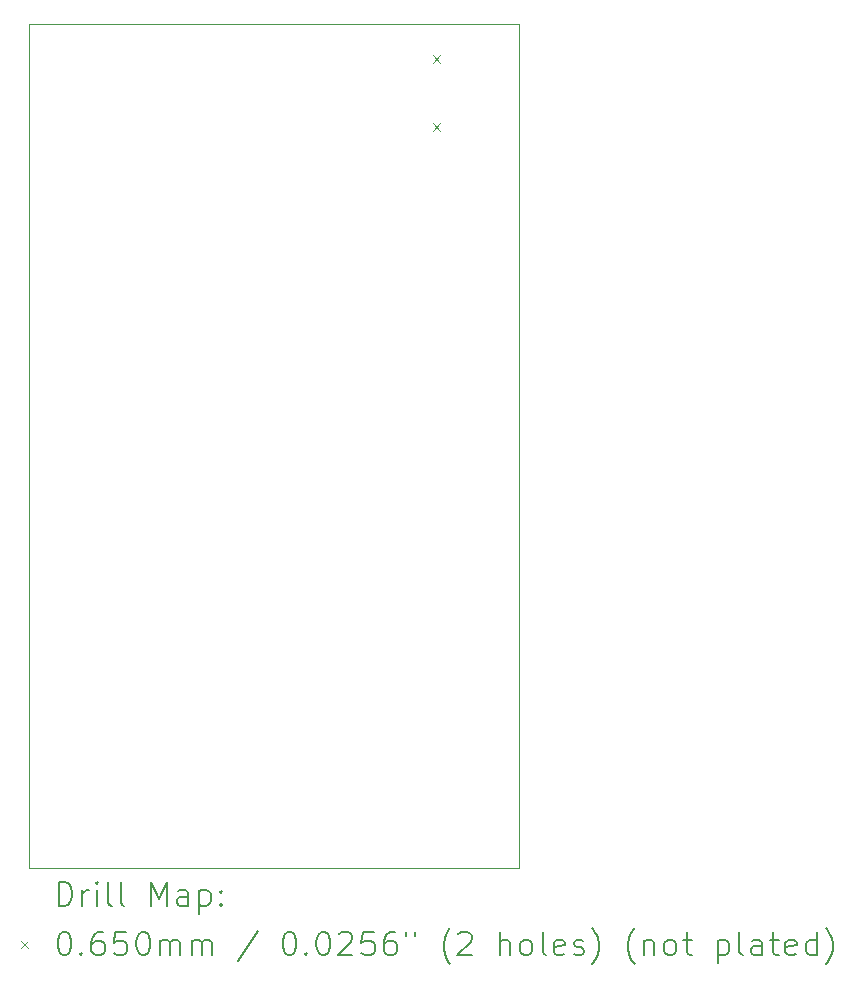
<source format=gbr>
%TF.GenerationSoftware,KiCad,Pcbnew,(6.0.7)*%
%TF.CreationDate,2022-10-19T23:26:26-04:00*%
%TF.ProjectId,Emrick,456d7269-636b-42e6-9b69-6361645f7063,1*%
%TF.SameCoordinates,Original*%
%TF.FileFunction,Drillmap*%
%TF.FilePolarity,Positive*%
%FSLAX45Y45*%
G04 Gerber Fmt 4.5, Leading zero omitted, Abs format (unit mm)*
G04 Created by KiCad (PCBNEW (6.0.7)) date 2022-10-19 23:26:26*
%MOMM*%
%LPD*%
G01*
G04 APERTURE LIST*
%ADD10C,0.100000*%
%ADD11C,0.200000*%
%ADD12C,0.065000*%
G04 APERTURE END LIST*
D10*
X12320000Y-1950000D02*
X12320000Y-9103250D01*
X8170000Y-1950000D02*
X12320000Y-1950000D01*
X8170000Y-9103250D02*
X8170000Y-1950000D01*
X8170000Y-9103250D02*
X12320000Y-9103250D01*
D11*
D12*
X11587000Y-2218500D02*
X11652000Y-2283500D01*
X11652000Y-2218500D02*
X11587000Y-2283500D01*
X11587000Y-2796500D02*
X11652000Y-2861500D01*
X11652000Y-2796500D02*
X11587000Y-2861500D01*
D11*
X8422619Y-9418726D02*
X8422619Y-9218726D01*
X8470238Y-9218726D01*
X8498810Y-9228250D01*
X8517857Y-9247298D01*
X8527381Y-9266345D01*
X8536905Y-9304440D01*
X8536905Y-9333012D01*
X8527381Y-9371107D01*
X8517857Y-9390155D01*
X8498810Y-9409202D01*
X8470238Y-9418726D01*
X8422619Y-9418726D01*
X8622619Y-9418726D02*
X8622619Y-9285393D01*
X8622619Y-9323488D02*
X8632143Y-9304440D01*
X8641667Y-9294917D01*
X8660714Y-9285393D01*
X8679762Y-9285393D01*
X8746429Y-9418726D02*
X8746429Y-9285393D01*
X8746429Y-9218726D02*
X8736905Y-9228250D01*
X8746429Y-9237774D01*
X8755952Y-9228250D01*
X8746429Y-9218726D01*
X8746429Y-9237774D01*
X8870238Y-9418726D02*
X8851190Y-9409202D01*
X8841667Y-9390155D01*
X8841667Y-9218726D01*
X8975000Y-9418726D02*
X8955952Y-9409202D01*
X8946429Y-9390155D01*
X8946429Y-9218726D01*
X9203571Y-9418726D02*
X9203571Y-9218726D01*
X9270238Y-9361583D01*
X9336905Y-9218726D01*
X9336905Y-9418726D01*
X9517857Y-9418726D02*
X9517857Y-9313964D01*
X9508333Y-9294917D01*
X9489286Y-9285393D01*
X9451190Y-9285393D01*
X9432143Y-9294917D01*
X9517857Y-9409202D02*
X9498810Y-9418726D01*
X9451190Y-9418726D01*
X9432143Y-9409202D01*
X9422619Y-9390155D01*
X9422619Y-9371107D01*
X9432143Y-9352060D01*
X9451190Y-9342536D01*
X9498810Y-9342536D01*
X9517857Y-9333012D01*
X9613095Y-9285393D02*
X9613095Y-9485393D01*
X9613095Y-9294917D02*
X9632143Y-9285393D01*
X9670238Y-9285393D01*
X9689286Y-9294917D01*
X9698810Y-9304440D01*
X9708333Y-9323488D01*
X9708333Y-9380631D01*
X9698810Y-9399679D01*
X9689286Y-9409202D01*
X9670238Y-9418726D01*
X9632143Y-9418726D01*
X9613095Y-9409202D01*
X9794048Y-9399679D02*
X9803571Y-9409202D01*
X9794048Y-9418726D01*
X9784524Y-9409202D01*
X9794048Y-9399679D01*
X9794048Y-9418726D01*
X9794048Y-9294917D02*
X9803571Y-9304440D01*
X9794048Y-9313964D01*
X9784524Y-9304440D01*
X9794048Y-9294917D01*
X9794048Y-9313964D01*
D12*
X8100000Y-9715750D02*
X8165000Y-9780750D01*
X8165000Y-9715750D02*
X8100000Y-9780750D01*
D11*
X8460714Y-9638726D02*
X8479762Y-9638726D01*
X8498810Y-9648250D01*
X8508333Y-9657774D01*
X8517857Y-9676821D01*
X8527381Y-9714917D01*
X8527381Y-9762536D01*
X8517857Y-9800631D01*
X8508333Y-9819679D01*
X8498810Y-9829202D01*
X8479762Y-9838726D01*
X8460714Y-9838726D01*
X8441667Y-9829202D01*
X8432143Y-9819679D01*
X8422619Y-9800631D01*
X8413095Y-9762536D01*
X8413095Y-9714917D01*
X8422619Y-9676821D01*
X8432143Y-9657774D01*
X8441667Y-9648250D01*
X8460714Y-9638726D01*
X8613095Y-9819679D02*
X8622619Y-9829202D01*
X8613095Y-9838726D01*
X8603571Y-9829202D01*
X8613095Y-9819679D01*
X8613095Y-9838726D01*
X8794048Y-9638726D02*
X8755952Y-9638726D01*
X8736905Y-9648250D01*
X8727381Y-9657774D01*
X8708333Y-9686345D01*
X8698810Y-9724440D01*
X8698810Y-9800631D01*
X8708333Y-9819679D01*
X8717857Y-9829202D01*
X8736905Y-9838726D01*
X8775000Y-9838726D01*
X8794048Y-9829202D01*
X8803571Y-9819679D01*
X8813095Y-9800631D01*
X8813095Y-9753012D01*
X8803571Y-9733964D01*
X8794048Y-9724440D01*
X8775000Y-9714917D01*
X8736905Y-9714917D01*
X8717857Y-9724440D01*
X8708333Y-9733964D01*
X8698810Y-9753012D01*
X8994048Y-9638726D02*
X8898810Y-9638726D01*
X8889286Y-9733964D01*
X8898810Y-9724440D01*
X8917857Y-9714917D01*
X8965476Y-9714917D01*
X8984524Y-9724440D01*
X8994048Y-9733964D01*
X9003571Y-9753012D01*
X9003571Y-9800631D01*
X8994048Y-9819679D01*
X8984524Y-9829202D01*
X8965476Y-9838726D01*
X8917857Y-9838726D01*
X8898810Y-9829202D01*
X8889286Y-9819679D01*
X9127381Y-9638726D02*
X9146429Y-9638726D01*
X9165476Y-9648250D01*
X9175000Y-9657774D01*
X9184524Y-9676821D01*
X9194048Y-9714917D01*
X9194048Y-9762536D01*
X9184524Y-9800631D01*
X9175000Y-9819679D01*
X9165476Y-9829202D01*
X9146429Y-9838726D01*
X9127381Y-9838726D01*
X9108333Y-9829202D01*
X9098810Y-9819679D01*
X9089286Y-9800631D01*
X9079762Y-9762536D01*
X9079762Y-9714917D01*
X9089286Y-9676821D01*
X9098810Y-9657774D01*
X9108333Y-9648250D01*
X9127381Y-9638726D01*
X9279762Y-9838726D02*
X9279762Y-9705393D01*
X9279762Y-9724440D02*
X9289286Y-9714917D01*
X9308333Y-9705393D01*
X9336905Y-9705393D01*
X9355952Y-9714917D01*
X9365476Y-9733964D01*
X9365476Y-9838726D01*
X9365476Y-9733964D02*
X9375000Y-9714917D01*
X9394048Y-9705393D01*
X9422619Y-9705393D01*
X9441667Y-9714917D01*
X9451190Y-9733964D01*
X9451190Y-9838726D01*
X9546429Y-9838726D02*
X9546429Y-9705393D01*
X9546429Y-9724440D02*
X9555952Y-9714917D01*
X9575000Y-9705393D01*
X9603571Y-9705393D01*
X9622619Y-9714917D01*
X9632143Y-9733964D01*
X9632143Y-9838726D01*
X9632143Y-9733964D02*
X9641667Y-9714917D01*
X9660714Y-9705393D01*
X9689286Y-9705393D01*
X9708333Y-9714917D01*
X9717857Y-9733964D01*
X9717857Y-9838726D01*
X10108333Y-9629202D02*
X9936905Y-9886345D01*
X10365476Y-9638726D02*
X10384524Y-9638726D01*
X10403571Y-9648250D01*
X10413095Y-9657774D01*
X10422619Y-9676821D01*
X10432143Y-9714917D01*
X10432143Y-9762536D01*
X10422619Y-9800631D01*
X10413095Y-9819679D01*
X10403571Y-9829202D01*
X10384524Y-9838726D01*
X10365476Y-9838726D01*
X10346429Y-9829202D01*
X10336905Y-9819679D01*
X10327381Y-9800631D01*
X10317857Y-9762536D01*
X10317857Y-9714917D01*
X10327381Y-9676821D01*
X10336905Y-9657774D01*
X10346429Y-9648250D01*
X10365476Y-9638726D01*
X10517857Y-9819679D02*
X10527381Y-9829202D01*
X10517857Y-9838726D01*
X10508333Y-9829202D01*
X10517857Y-9819679D01*
X10517857Y-9838726D01*
X10651190Y-9638726D02*
X10670238Y-9638726D01*
X10689286Y-9648250D01*
X10698810Y-9657774D01*
X10708333Y-9676821D01*
X10717857Y-9714917D01*
X10717857Y-9762536D01*
X10708333Y-9800631D01*
X10698810Y-9819679D01*
X10689286Y-9829202D01*
X10670238Y-9838726D01*
X10651190Y-9838726D01*
X10632143Y-9829202D01*
X10622619Y-9819679D01*
X10613095Y-9800631D01*
X10603571Y-9762536D01*
X10603571Y-9714917D01*
X10613095Y-9676821D01*
X10622619Y-9657774D01*
X10632143Y-9648250D01*
X10651190Y-9638726D01*
X10794048Y-9657774D02*
X10803571Y-9648250D01*
X10822619Y-9638726D01*
X10870238Y-9638726D01*
X10889286Y-9648250D01*
X10898810Y-9657774D01*
X10908333Y-9676821D01*
X10908333Y-9695869D01*
X10898810Y-9724440D01*
X10784524Y-9838726D01*
X10908333Y-9838726D01*
X11089286Y-9638726D02*
X10994048Y-9638726D01*
X10984524Y-9733964D01*
X10994048Y-9724440D01*
X11013095Y-9714917D01*
X11060714Y-9714917D01*
X11079762Y-9724440D01*
X11089286Y-9733964D01*
X11098810Y-9753012D01*
X11098810Y-9800631D01*
X11089286Y-9819679D01*
X11079762Y-9829202D01*
X11060714Y-9838726D01*
X11013095Y-9838726D01*
X10994048Y-9829202D01*
X10984524Y-9819679D01*
X11270238Y-9638726D02*
X11232143Y-9638726D01*
X11213095Y-9648250D01*
X11203571Y-9657774D01*
X11184524Y-9686345D01*
X11175000Y-9724440D01*
X11175000Y-9800631D01*
X11184524Y-9819679D01*
X11194048Y-9829202D01*
X11213095Y-9838726D01*
X11251190Y-9838726D01*
X11270238Y-9829202D01*
X11279762Y-9819679D01*
X11289286Y-9800631D01*
X11289286Y-9753012D01*
X11279762Y-9733964D01*
X11270238Y-9724440D01*
X11251190Y-9714917D01*
X11213095Y-9714917D01*
X11194048Y-9724440D01*
X11184524Y-9733964D01*
X11175000Y-9753012D01*
X11365476Y-9638726D02*
X11365476Y-9676821D01*
X11441667Y-9638726D02*
X11441667Y-9676821D01*
X11736905Y-9914917D02*
X11727381Y-9905393D01*
X11708333Y-9876821D01*
X11698809Y-9857774D01*
X11689286Y-9829202D01*
X11679762Y-9781583D01*
X11679762Y-9743488D01*
X11689286Y-9695869D01*
X11698809Y-9667298D01*
X11708333Y-9648250D01*
X11727381Y-9619679D01*
X11736905Y-9610155D01*
X11803571Y-9657774D02*
X11813095Y-9648250D01*
X11832143Y-9638726D01*
X11879762Y-9638726D01*
X11898809Y-9648250D01*
X11908333Y-9657774D01*
X11917857Y-9676821D01*
X11917857Y-9695869D01*
X11908333Y-9724440D01*
X11794048Y-9838726D01*
X11917857Y-9838726D01*
X12155952Y-9838726D02*
X12155952Y-9638726D01*
X12241667Y-9838726D02*
X12241667Y-9733964D01*
X12232143Y-9714917D01*
X12213095Y-9705393D01*
X12184524Y-9705393D01*
X12165476Y-9714917D01*
X12155952Y-9724440D01*
X12365476Y-9838726D02*
X12346428Y-9829202D01*
X12336905Y-9819679D01*
X12327381Y-9800631D01*
X12327381Y-9743488D01*
X12336905Y-9724440D01*
X12346428Y-9714917D01*
X12365476Y-9705393D01*
X12394048Y-9705393D01*
X12413095Y-9714917D01*
X12422619Y-9724440D01*
X12432143Y-9743488D01*
X12432143Y-9800631D01*
X12422619Y-9819679D01*
X12413095Y-9829202D01*
X12394048Y-9838726D01*
X12365476Y-9838726D01*
X12546428Y-9838726D02*
X12527381Y-9829202D01*
X12517857Y-9810155D01*
X12517857Y-9638726D01*
X12698809Y-9829202D02*
X12679762Y-9838726D01*
X12641667Y-9838726D01*
X12622619Y-9829202D01*
X12613095Y-9810155D01*
X12613095Y-9733964D01*
X12622619Y-9714917D01*
X12641667Y-9705393D01*
X12679762Y-9705393D01*
X12698809Y-9714917D01*
X12708333Y-9733964D01*
X12708333Y-9753012D01*
X12613095Y-9772060D01*
X12784524Y-9829202D02*
X12803571Y-9838726D01*
X12841667Y-9838726D01*
X12860714Y-9829202D01*
X12870238Y-9810155D01*
X12870238Y-9800631D01*
X12860714Y-9781583D01*
X12841667Y-9772060D01*
X12813095Y-9772060D01*
X12794048Y-9762536D01*
X12784524Y-9743488D01*
X12784524Y-9733964D01*
X12794048Y-9714917D01*
X12813095Y-9705393D01*
X12841667Y-9705393D01*
X12860714Y-9714917D01*
X12936905Y-9914917D02*
X12946428Y-9905393D01*
X12965476Y-9876821D01*
X12975000Y-9857774D01*
X12984524Y-9829202D01*
X12994048Y-9781583D01*
X12994048Y-9743488D01*
X12984524Y-9695869D01*
X12975000Y-9667298D01*
X12965476Y-9648250D01*
X12946428Y-9619679D01*
X12936905Y-9610155D01*
X13298809Y-9914917D02*
X13289286Y-9905393D01*
X13270238Y-9876821D01*
X13260714Y-9857774D01*
X13251190Y-9829202D01*
X13241667Y-9781583D01*
X13241667Y-9743488D01*
X13251190Y-9695869D01*
X13260714Y-9667298D01*
X13270238Y-9648250D01*
X13289286Y-9619679D01*
X13298809Y-9610155D01*
X13375000Y-9705393D02*
X13375000Y-9838726D01*
X13375000Y-9724440D02*
X13384524Y-9714917D01*
X13403571Y-9705393D01*
X13432143Y-9705393D01*
X13451190Y-9714917D01*
X13460714Y-9733964D01*
X13460714Y-9838726D01*
X13584524Y-9838726D02*
X13565476Y-9829202D01*
X13555952Y-9819679D01*
X13546428Y-9800631D01*
X13546428Y-9743488D01*
X13555952Y-9724440D01*
X13565476Y-9714917D01*
X13584524Y-9705393D01*
X13613095Y-9705393D01*
X13632143Y-9714917D01*
X13641667Y-9724440D01*
X13651190Y-9743488D01*
X13651190Y-9800631D01*
X13641667Y-9819679D01*
X13632143Y-9829202D01*
X13613095Y-9838726D01*
X13584524Y-9838726D01*
X13708333Y-9705393D02*
X13784524Y-9705393D01*
X13736905Y-9638726D02*
X13736905Y-9810155D01*
X13746428Y-9829202D01*
X13765476Y-9838726D01*
X13784524Y-9838726D01*
X14003571Y-9705393D02*
X14003571Y-9905393D01*
X14003571Y-9714917D02*
X14022619Y-9705393D01*
X14060714Y-9705393D01*
X14079762Y-9714917D01*
X14089286Y-9724440D01*
X14098809Y-9743488D01*
X14098809Y-9800631D01*
X14089286Y-9819679D01*
X14079762Y-9829202D01*
X14060714Y-9838726D01*
X14022619Y-9838726D01*
X14003571Y-9829202D01*
X14213095Y-9838726D02*
X14194048Y-9829202D01*
X14184524Y-9810155D01*
X14184524Y-9638726D01*
X14375000Y-9838726D02*
X14375000Y-9733964D01*
X14365476Y-9714917D01*
X14346428Y-9705393D01*
X14308333Y-9705393D01*
X14289286Y-9714917D01*
X14375000Y-9829202D02*
X14355952Y-9838726D01*
X14308333Y-9838726D01*
X14289286Y-9829202D01*
X14279762Y-9810155D01*
X14279762Y-9791107D01*
X14289286Y-9772060D01*
X14308333Y-9762536D01*
X14355952Y-9762536D01*
X14375000Y-9753012D01*
X14441667Y-9705393D02*
X14517857Y-9705393D01*
X14470238Y-9638726D02*
X14470238Y-9810155D01*
X14479762Y-9829202D01*
X14498809Y-9838726D01*
X14517857Y-9838726D01*
X14660714Y-9829202D02*
X14641667Y-9838726D01*
X14603571Y-9838726D01*
X14584524Y-9829202D01*
X14575000Y-9810155D01*
X14575000Y-9733964D01*
X14584524Y-9714917D01*
X14603571Y-9705393D01*
X14641667Y-9705393D01*
X14660714Y-9714917D01*
X14670238Y-9733964D01*
X14670238Y-9753012D01*
X14575000Y-9772060D01*
X14841667Y-9838726D02*
X14841667Y-9638726D01*
X14841667Y-9829202D02*
X14822619Y-9838726D01*
X14784524Y-9838726D01*
X14765476Y-9829202D01*
X14755952Y-9819679D01*
X14746428Y-9800631D01*
X14746428Y-9743488D01*
X14755952Y-9724440D01*
X14765476Y-9714917D01*
X14784524Y-9705393D01*
X14822619Y-9705393D01*
X14841667Y-9714917D01*
X14917857Y-9914917D02*
X14927381Y-9905393D01*
X14946428Y-9876821D01*
X14955952Y-9857774D01*
X14965476Y-9829202D01*
X14975000Y-9781583D01*
X14975000Y-9743488D01*
X14965476Y-9695869D01*
X14955952Y-9667298D01*
X14946428Y-9648250D01*
X14927381Y-9619679D01*
X14917857Y-9610155D01*
M02*

</source>
